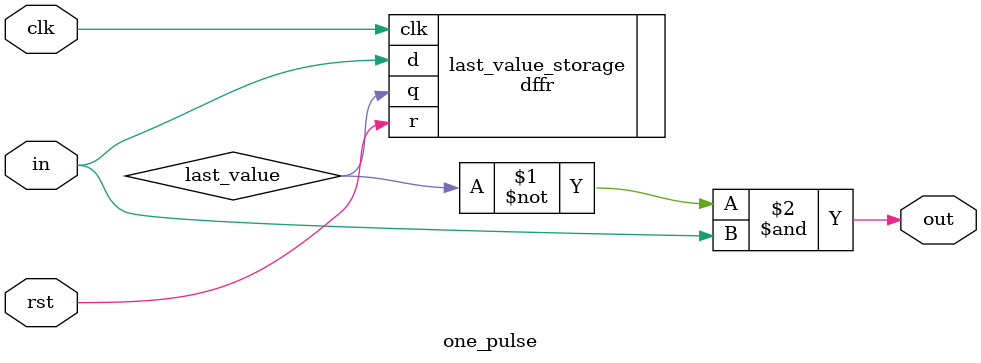
<source format=v>

module one_pulse(
   clk,
   rst,
   in,
   out
   );
   
	// Standard system clock and reset
   input clk;
   input rst;

	// Input which may go high for more than one cycle
   input in;
	// Output goes high for one cycle when the input transistions high.
   output out;
   
   wire last_value;
   dffr last_value_storage (.clk(clk), .r(rst), .d(in), .q(last_value));
   
   assign out = ~last_value & in;
   
endmodule

</source>
